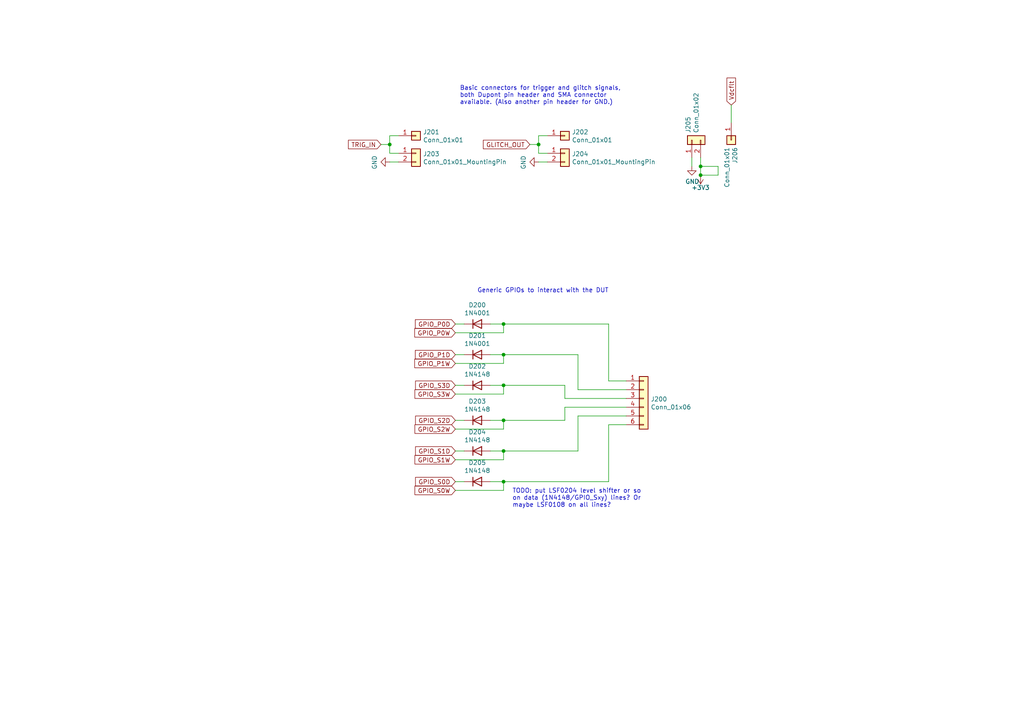
<source format=kicad_sch>
(kicad_sch (version 20211123) (generator eeschema)
  (paper "A4")
  (lib_symbols
    (symbol "Connector_Generic:Conn_01x01" (pin_names (offset 1.016) hide)
      (property "Reference" "J" (at 0 2.54 0))
      (property "Value" "Conn_01x01" (at 0 -2.54 0))
      (symbol "Conn_01x01_1_1"
        (rectangle (start -1.27 0.127) (end 0 -0.127) (stroke (width 0.1524)))
        (rectangle (start -1.27 1.27) (end 1.27 -1.27) (stroke (width 0.254)) (fill (type background)))
        (pin passive line (at -5.08 0 0) (length 3.81) (name "Pin_1") (number "1"))
      )
    )
    (symbol "Connector_Generic:Conn_01x02" (pin_names (offset 1.016) hide)
      (property "Reference" "J" (at 0 2.54 0))
      (property "Value" "Conn_01x02" (at 0 -5.08 0))
      (symbol "Conn_01x02_1_1"
        (rectangle (start -1.27 -2.413) (end 0 -2.667) (stroke (width 0.1524)))
        (rectangle (start -1.27 0.127) (end 0 -0.127) (stroke (width 0.1524)))
        (rectangle (start -1.27 1.27) (end 1.27 -3.81) (stroke (width 0.254)) (fill (type background)))
        (pin passive line (at -5.08 0 0) (length 3.81) (name "Pin_1") (number "1"))
        (pin passive line (at -5.08 -2.54 0) (length 3.81) (name "Pin_2") (number "2"))
      )
    )
    (symbol "Connector_Generic:Conn_01x06" (pin_names (offset 1.016) hide)
      (property "Reference" "J" (at 0 7.62 0))
      (property "Value" "Conn_01x06" (at 0 -10.16 0))
      (symbol "Conn_01x06_1_1"
        (rectangle (start -1.27 -7.493) (end 0 -7.747) (stroke (width 0.1524)))
        (rectangle (start -1.27 -4.953) (end 0 -5.207) (stroke (width 0.1524)))
        (rectangle (start -1.27 -2.413) (end 0 -2.667) (stroke (width 0.1524)))
        (rectangle (start -1.27 0.127) (end 0 -0.127) (stroke (width 0.1524)))
        (rectangle (start -1.27 2.667) (end 0 2.413) (stroke (width 0.1524)))
        (rectangle (start -1.27 5.207) (end 0 4.953) (stroke (width 0.1524)))
        (rectangle (start -1.27 6.35) (end 1.27 -8.89) (stroke (width 0.254)) (fill (type background)))
        (pin passive line (at -5.08 5.08 0) (length 3.81) (name "Pin_1") (number "1"))
        (pin passive line (at -5.08 2.54 0) (length 3.81) (name "Pin_2") (number "2"))
        (pin passive line (at -5.08 0 0) (length 3.81) (name "Pin_3") (number "3"))
        (pin passive line (at -5.08 -2.54 0) (length 3.81) (name "Pin_4") (number "4"))
        (pin passive line (at -5.08 -5.08 0) (length 3.81) (name "Pin_5") (number "5"))
        (pin passive line (at -5.08 -7.62 0) (length 3.81) (name "Pin_6") (number "6"))
      )
    )
    (symbol "Device:D" (pin_numbers hide) (pin_names (offset 1.016) hide)
      (property "Reference" "D" (at 0 2.54 0))
      (property "Value" "D" (at 0 -2.54 0))
      (symbol "D_0_1"
        (polyline (pts (xy -1.27 1.27) (xy -1.27 -1.27)) (stroke (width 0.254)))
        (polyline (pts (xy 1.27 0) (xy -1.27 0)))
        (polyline (pts (xy 1.27 1.27) (xy 1.27 -1.27) (xy -1.27 0) (xy 1.27 1.27)) (stroke (width 0.254)))
      )
      (symbol "D_1_1"
        (pin passive line (at -3.81 0 0) (length 2.54) (name "K") (number "1"))
        (pin passive line (at 3.81 0 180) (length 2.54) (name "A") (number "2"))
      )
    )
    (symbol "power:+3.3V" (power) (pin_names (offset 0))
      (property "Value" "+3.3V" (at 0 3.556 0))
      (symbol "+3.3V_0_1"
        (polyline (pts (xy -0.762 1.27) (xy 0 2.54)))
        (polyline (pts (xy 0 0) (xy 0 2.54)))
        (polyline (pts (xy 0 2.54) (xy 0.762 1.27)))
      )
      (symbol "+3.3V_1_1"
        (pin power_in line (at 0 0 90) (length 0) hide (name "+3V3") (number "1"))
      )
    )
    (symbol "power:GND" (power) (pin_names (offset 0))
      (property "Value" "GND" (at 0 -3.81 0))
      (symbol "GND_0_1"
        (polyline (pts (xy 0 0) (xy 0 -1.27) (xy 1.27 -1.27) (xy 0 -2.54) (xy -1.27 -1.27) (xy 0 -1.27)))
      )
      (symbol "GND_1_1"
        (pin power_in line (at 0 0 270) (length 0) hide (name "GND") (number "1"))
      )
    )
  )
  (junction (at 146.05 93.98))
  (junction (at 146.05 130.81))
  (junction (at 156.21 41.91))
  (junction (at 146.05 111.76))
  (junction (at 203.2 48.26))
  (junction (at 113.03 41.91))
  (junction (at 146.05 102.87))
  (junction (at 146.05 139.7))
  (junction (at 203.2 50.8))
  (junction (at 146.05 121.92))
  (wire (pts (xy 134.62 102.87) (xy 132.08 102.87)))
  (wire (pts (xy 153.67 41.91) (xy 156.21 41.91)))
  (wire (pts (xy 181.61 123.19) (xy 176.53 123.19)))
  (wire (pts (xy 146.05 102.87) (xy 142.24 102.87)))
  (wire (pts (xy 181.61 110.49) (xy 176.53 110.49)))
  (wire (pts (xy 146.05 142.24) (xy 132.08 142.24)))
  (wire (pts (xy 181.61 113.03) (xy 167.64 113.03)))
  (wire (pts (xy 167.64 130.81) (xy 146.05 130.81)))
  (wire (pts (xy 156.21 39.37) (xy 156.21 41.91)))
  (wire (pts (xy 203.2 48.26) (xy 203.2 45.72)))
  (wire (pts (xy 208.28 50.8) (xy 203.2 50.8)))
  (wire (pts (xy 167.64 102.87) (xy 146.05 102.87)))
  (wire (pts (xy 146.05 111.76) (xy 142.24 111.76)))
  (wire (pts (xy 146.05 121.92) (xy 146.05 124.46)))
  (wire (pts (xy 208.28 48.26) (xy 203.2 48.26)))
  (wire (pts (xy 146.05 130.81) (xy 146.05 133.35)))
  (wire (pts (xy 110.49 41.91) (xy 113.03 41.91)))
  (wire (pts (xy 203.2 50.8) (xy 203.2 48.26)))
  (wire (pts (xy 146.05 133.35) (xy 132.08 133.35)))
  (wire (pts (xy 200.66 45.72) (xy 200.66 48.26)))
  (wire (pts (xy 146.05 93.98) (xy 142.24 93.98)))
  (wire (pts (xy 146.05 121.92) (xy 142.24 121.92)))
  (wire (pts (xy 176.53 93.98) (xy 176.53 110.49)))
  (wire (pts (xy 146.05 96.52) (xy 132.08 96.52)))
  (wire (pts (xy 156.21 46.99) (xy 158.75 46.99)))
  (wire (pts (xy 113.03 39.37) (xy 113.03 41.91)))
  (wire (pts (xy 146.05 124.46) (xy 132.08 124.46)))
  (wire (pts (xy 158.75 39.37) (xy 156.21 39.37)))
  (wire (pts (xy 156.21 41.91) (xy 156.21 44.45)))
  (wire (pts (xy 163.83 111.76) (xy 146.05 111.76)))
  (wire (pts (xy 163.83 118.11) (xy 181.61 118.11)))
  (wire (pts (xy 115.57 39.37) (xy 113.03 39.37)))
  (wire (pts (xy 146.05 130.81) (xy 142.24 130.81)))
  (wire (pts (xy 146.05 114.3) (xy 146.05 111.76)))
  (wire (pts (xy 181.61 120.65) (xy 167.64 120.65)))
  (wire (pts (xy 158.75 44.45) (xy 156.21 44.45)))
  (wire (pts (xy 134.62 139.7) (xy 132.08 139.7)))
  (wire (pts (xy 163.83 118.11) (xy 163.83 121.92)))
  (wire (pts (xy 176.53 139.7) (xy 146.05 139.7)))
  (wire (pts (xy 134.62 111.76) (xy 132.08 111.76)))
  (wire (pts (xy 163.83 121.92) (xy 146.05 121.92)))
  (wire (pts (xy 208.28 50.8) (xy 208.28 48.26)))
  (wire (pts (xy 176.53 93.98) (xy 146.05 93.98)))
  (wire (pts (xy 115.57 44.45) (xy 113.03 44.45)))
  (wire (pts (xy 146.05 139.7) (xy 146.05 142.24)))
  (wire (pts (xy 167.64 120.65) (xy 167.64 130.81)))
  (wire (pts (xy 163.83 115.57) (xy 181.61 115.57)))
  (wire (pts (xy 146.05 139.7) (xy 142.24 139.7)))
  (wire (pts (xy 146.05 102.87) (xy 146.05 105.41)))
  (wire (pts (xy 163.83 111.76) (xy 163.83 115.57)))
  (wire (pts (xy 113.03 46.99) (xy 115.57 46.99)))
  (wire (pts (xy 146.05 105.41) (xy 132.08 105.41)))
  (wire (pts (xy 176.53 123.19) (xy 176.53 139.7)))
  (wire (pts (xy 113.03 41.91) (xy 113.03 44.45)))
  (wire (pts (xy 134.62 93.98) (xy 132.08 93.98)))
  (wire (pts (xy 134.62 121.92) (xy 132.08 121.92)))
  (wire (pts (xy 146.05 93.98) (xy 146.05 96.52)))
  (wire (pts (xy 167.64 102.87) (xy 167.64 113.03)))
  (wire (pts (xy 146.05 114.3) (xy 132.08 114.3)))
  (wire (pts (xy 134.62 130.81) (xy 132.08 130.81)))
  (wire (pts (xy 212.09 30.48) (xy 212.09 35.56)))
  (text "Basic connectors for trigger and glitch signals,\nboth Dupont pin header and SMA connector\navailable. (Also another pin header for GND.)" (at 133.35 30.48 0) (effects (font (size 1.27 1.27)) (justify left bottom)))
  (text "TODO: put LSF0204 level shifter or so\non data (1N4148/GPIO_Sxy) lines? Or\nmaybe LSF0108 on all lines?" (at 148.59 147.32 0) (effects (font (size 1.27 1.27)) (justify left bottom)))
  (text "Generic GPIOs to interact with the DUT" (at 138.43 85.09 0) (effects (font (size 1.27 1.27)) (justify left bottom)))
  (global_label "Vdcflt" (shape input) (at 212.09 30.48 90) (property "Intersheet References" "${INTERSHEET_REFS}" (effects hide)))
  (global_label "GPIO_S2D" (shape input) (at 132.08 121.92 180) (property "Intersheet References" "${INTERSHEET_REFS}" (effects hide)))
  (global_label "GPIO_S3D" (shape input) (at 132.08 111.76 180) (property "Intersheet References" "${INTERSHEET_REFS}" (effects hide)))
  (global_label "GPIO_S0D" (shape input) (at 132.08 139.7 180) (property "Intersheet References" "${INTERSHEET_REFS}" (effects hide)))
  (global_label "GLITCH_OUT" (shape input) (at 153.67 41.91 180) (property "Intersheet References" "${INTERSHEET_REFS}" (effects hide)))
  (global_label "GPIO_S1W" (shape input) (at 132.08 133.35 180) (property "Intersheet References" "${INTERSHEET_REFS}" (effects hide)))
  (global_label "GPIO_S0W" (shape input) (at 132.08 142.24 180) (property "Intersheet References" "${INTERSHEET_REFS}" (effects hide)))
  (global_label "GPIO_S3W" (shape input) (at 132.08 114.3 180) (property "Intersheet References" "${INTERSHEET_REFS}" (effects hide)))
  (global_label "TRIG_IN" (shape input) (at 110.49 41.91 180) (property "Intersheet References" "${INTERSHEET_REFS}" (effects hide)))
  (global_label "GPIO_S1D" (shape input) (at 132.08 130.81 180) (property "Intersheet References" "${INTERSHEET_REFS}" (effects hide)))
  (global_label "GPIO_P1W" (shape input) (at 132.08 105.41 180) (property "Intersheet References" "${INTERSHEET_REFS}" (effects hide)))
  (global_label "GPIO_P0W" (shape input) (at 132.08 96.52 180) (property "Intersheet References" "${INTERSHEET_REFS}" (effects hide)))
  (global_label "GPIO_P0D" (shape input) (at 132.08 93.98 180) (property "Intersheet References" "${INTERSHEET_REFS}" (effects hide)))
  (global_label "GPIO_P1D" (shape input) (at 132.08 102.87 180) (property "Intersheet References" "${INTERSHEET_REFS}" (effects hide)))
  (global_label "GPIO_S2W" (shape input) (at 132.08 124.46 180) (property "Intersheet References" "${INTERSHEET_REFS}" (effects hide)))
  (symbol (lib_id "Connector_Generic:Conn_01x06") (at 186.69 115.57 0) (unit 1)
    (property "Reference" "J200" (at 188.722 115.7732 0) (effects (justify left)))
    (property "Value" "Conn_01x06" (at 188.722 118.0846 0) (effects (justify left)))
    (property "Footprint" "Connector_PinHeader_2.54mm:PinHeader_1x06_P2.54mm_Horizontal" (effects hide))
  )
  (symbol (lib_id "Device:D") (at 138.43 93.98 0) (unit 1)
    (property "Reference" "D200" (at 138.43 88.4682 0))
    (property "Value" "1N4001" (at 138.43 90.7796 0))
    (property "Footprint" "Diode_SMD:D_SOD-123" (effects hide))
  )
  (symbol (lib_id "Device:D") (at 138.43 102.87 0) (unit 1)
    (property "Reference" "D201" (at 138.43 97.3582 0))
    (property "Value" "1N4001" (at 138.43 99.6696 0))
    (property "Footprint" "Diode_SMD:D_SOD-123" (effects hide))
  )
  (symbol (lib_id "Device:D") (at 138.43 111.76 0) (unit 1)
    (property "Reference" "D202" (at 138.43 106.2482 0))
    (property "Value" "1N4148" (at 138.43 108.5596 0))
    (property "Footprint" "Diode_SMD:D_SOD-123F" (effects hide))
  )
  (symbol (lib_id "Device:D") (at 138.43 121.92 0) (unit 1)
    (property "Reference" "D203" (at 138.43 116.4082 0))
    (property "Value" "1N4148" (at 138.43 118.7196 0))
    (property "Footprint" "Diode_SMD:D_SOD-123F" (effects hide))
  )
  (symbol (lib_id "Device:D") (at 138.43 130.81 0) (unit 1)
    (property "Reference" "D204" (at 138.43 125.2982 0))
    (property "Value" "1N4148" (at 138.43 127.6096 0))
    (property "Footprint" "Diode_SMD:D_SOD-123F" (effects hide))
  )
  (symbol (lib_id "Device:D") (at 138.43 139.7 0) (unit 1)
    (property "Reference" "D205" (at 138.43 134.1882 0))
    (property "Value" "1N4148" (at 138.43 136.4996 0))
    (property "Footprint" "Diode_SMD:D_SOD-123F" (effects hide))
  )
  (symbol (lib_id "Connector_Generic:Conn_01x01") (at 120.65 39.37 0) (unit 1)
    (property "Reference" "J201" (at 122.682 38.3032 0) (effects (justify left)))
    (property "Value" "Conn_01x01" (at 122.682 40.6146 0) (effects (justify left)))
    (property "Footprint" "Connector_PinHeader_2.54mm:PinHeader_1x01_P2.54mm_Vertical" (effects hide))
  )
  (symbol (lib_id "Connector_Generic:Conn_01x02") (at 120.65 44.45 0) (unit 1)
    (property "Reference" "J203" (at 122.682 44.6532 0) (effects (justify left)))
    (property "Value" "Conn_01x01_MountingPin" (at 122.682 46.9646 0) (effects (justify left)))
    (property "Footprint" "Connector_Coaxial:SMA_Amphenol_132289_EdgeMount" (effects hide))
  )
  (symbol (lib_id "Connector_Generic:Conn_01x01") (at 163.83 39.37 0) (unit 1)
    (property "Reference" "J202" (at 165.862 38.3032 0) (effects (justify left)))
    (property "Value" "Conn_01x01" (at 165.862 40.6146 0) (effects (justify left)))
    (property "Footprint" "Connector_PinHeader_2.54mm:PinHeader_1x01_P2.54mm_Vertical" (effects hide))
  )
  (symbol (lib_id "Connector_Generic:Conn_01x02") (at 163.83 44.45 0) (unit 1)
    (property "Reference" "J204" (at 165.862 44.6532 0) (effects (justify left)))
    (property "Value" "Conn_01x01_MountingPin" (at 165.862 46.9646 0) (effects (justify left)))
    (property "Footprint" "Connector_Coaxial:SMA_Amphenol_132289_EdgeMount" (effects hide))
  )
  (symbol (lib_id "power:GND") (at 113.03 46.99 270) (unit 1)
    (property "Reference" "#PWR0131" (effects hide))
    (property "Value" "GND" (at 108.6358 47.117 0))
  )
  (symbol (lib_id "power:GND") (at 156.21 46.99 270) (unit 1)
    (property "Reference" "#PWR0132" (effects hide))
    (property "Value" "GND" (at 151.8158 47.117 0))
  )
  (symbol (lib_id "Connector_Generic:Conn_01x02") (at 200.66 40.64 90) (unit 1)
    (property "Reference" "J205" (at 199.5932 38.608 0) (effects (justify left)))
    (property "Value" "Conn_01x02" (at 201.9046 38.608 0) (effects (justify left)))
    (property "Footprint" "Connector_PinHeader_2.54mm:PinHeader_1x02_P2.54mm_Vertical" (effects hide))
  )
  (symbol (lib_id "power:GND") (at 200.66 48.26 0) (unit 1)
    (property "Reference" "#PWR0133" (effects hide))
    (property "Value" "GND" (at 200.787 52.6542 0))
  )
  (symbol (lib_id "Connector_Generic:Conn_01x01") (at 212.09 40.64 270) (unit 1)
    (property "Reference" "J206" (at 213.1568 42.672 0) (effects (justify left)))
    (property "Value" "Conn_01x01" (at 210.8454 42.672 0) (effects (justify left)))
    (property "Footprint" "Connector_PinHeader_2.54mm:PinHeader_1x01_P2.54mm_Vertical" (effects hide))
  )
  (symbol (lib_id "power:+3.3V") (at 203.2 50.8 180) (unit 1)
    (property "Reference" "#PWR0157" (effects hide))
    (property "Value" "+3.3V" (at 203.2 54.4045 0))
  )
)
</source>
